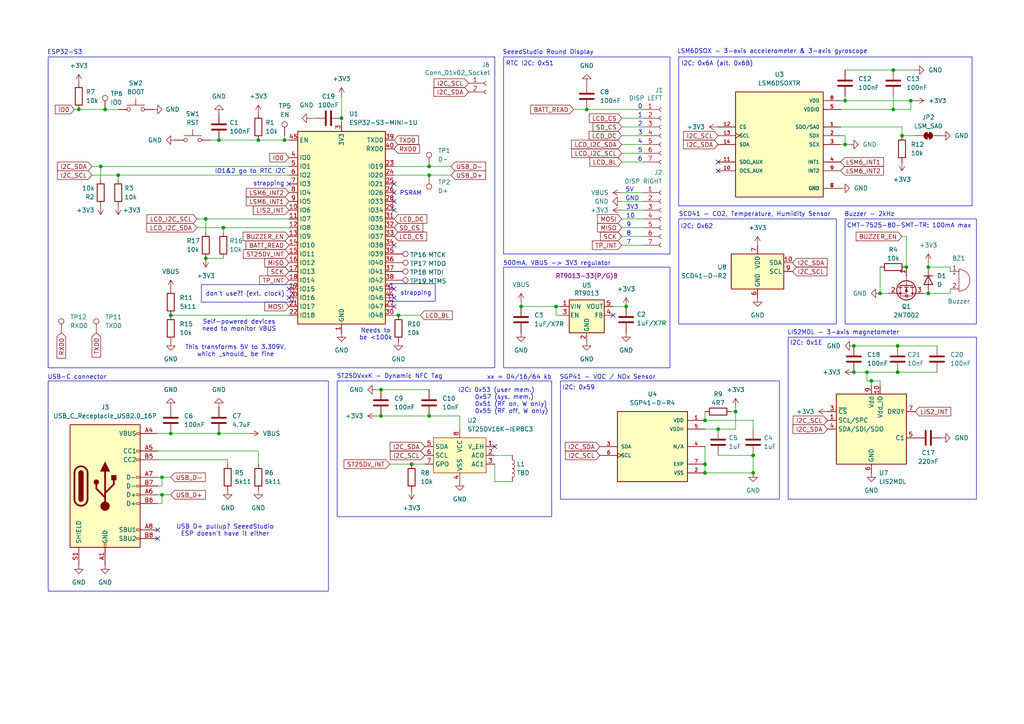
<source format=kicad_sch>
(kicad_sch (version 20231120) (generator "eeschema") (generator_version "8.0")
  (paper "A4")
  (title_block (title "Sensor Puck") (date "2024-10-05") (rev "1") (company "david072"))
  (junction (at 34.29 50.8))
  (junction (at 124.46 50.8))
  (junction (at 247.65 107.95))
  (junction (at 264.16 29.21))
  (junction (at 269.24 85.09))
  (junction (at 218.44 132.08))
  (junction (at 29.21 48.26))
  (junction (at 213.36 119.38))
  (junction (at 259.08 31.75))
  (junction (at 245.11 41.91))
  (junction (at 49.53 91.44))
  (junction (at 64.77 66.04))
  (junction (at 115.57 91.44))
  (junction (at 124.46 120.65))
  (junction (at 161.29 88.9))
  (junction (at 110.49 120.65))
  (junction (at 218.44 137.16))
  (junction (at 46.99 138.43))
  (junction (at 208.28 124.46))
  (junction (at 259.08 20.32))
  (junction (at 247.65 100.33))
  (junction (at 59.69 74.93))
  (junction (at 255.27 85.09))
  (junction (at 22.86 31.75))
  (junction (at 170.18 31.75))
  (junction (at 262.89 77.47))
  (junction (at 181.61 88.9))
  (junction (at 204.47 121.92))
  (junction (at 269.24 77.47))
  (junction (at 49.53 125.73))
  (junction (at 99.06 34.29))
  (junction (at 252.73 110.49))
  (junction (at 260.35 100.33))
  (junction (at 46.99 143.51))
  (junction (at 204.47 134.62))
  (junction (at 63.5 125.73))
  (junction (at 119.38 134.62))
  (junction (at 30.48 31.75))
  (junction (at 110.49 113.03))
  (junction (at 204.47 137.16))
  (junction (at 59.69 63.5))
  (junction (at 260.35 107.95))
  (junction (at 261.62 39.37))
  (junction (at 63.5 40.64))
  (junction (at 82.55 40.64))
  (junction (at 245.11 29.21))
  (junction (at 151.13 88.9))
  (junction (at 251.46 107.95))
  (junction (at 124.46 48.26))
  (junction (at 74.93 40.64))
  (no_connect (at 83.82 86.36))
  (no_connect (at 45.72 153.67))
  (no_connect (at 45.72 156.21))
  (no_connect (at 114.3 88.9))
  (no_connect (at 114.3 86.36))
  (no_connect (at 177.8 91.44))
  (no_connect (at 143.51 129.54))
  (no_connect (at 208.28 49.53))
  (no_connect (at 114.3 60.96))
  (no_connect (at 114.3 58.42))
  (no_connect (at 83.82 53.34))
  (no_connect (at 114.3 83.82))
  (no_connect (at 83.82 83.82))
  (no_connect (at 114.3 53.34))
  (no_connect (at 208.28 46.99))
  (no_connect (at 114.3 55.88))
  (no_connect (at 114.3 71.12))
  (wire (pts (xy 275.59 83.82) (xy 275.59 85.09)))
  (wire (pts (xy 49.53 91.44) (xy 83.82 91.44)))
  (wire (pts (xy 82.55 40.64) (xy 83.82 40.64)))
  (wire (pts (xy 162.56 91.44) (xy 161.29 91.44)))
  (wire (pts (xy 46.99 138.43) (xy 45.72 138.43)))
  (wire (pts (xy 245.11 41.91) (xy 246.38 41.91)))
  (wire (pts (xy 114.3 91.44) (xy 115.57 91.44)))
  (wire (pts (xy 260.35 100.33) (xy 271.78 100.33)))
  (wire (pts (xy 180.34 39.37) (xy 186.69 39.37)))
  (wire (pts (xy 170.18 31.75) (xy 186.69 31.75)))
  (wire (pts (xy 45.72 140.97) (xy 46.99 140.97)))
  (wire (pts (xy 180.34 66.04) (xy 186.69 66.04)))
  (wire (pts (xy 63.5 125.73) (xy 72.39 125.73)))
  (wire (pts (xy 113.03 134.62) (xy 119.38 134.62)))
  (wire (pts (xy 269.24 76.2) (xy 269.24 77.47)))
  (wire (pts (xy 245.11 29.21) (xy 245.11 27.94)))
  (wire (pts (xy 180.34 55.88) (xy 186.69 55.88)))
  (wire (pts (xy 204.47 137.16) (xy 218.44 137.16)))
  (wire (pts (xy 46.99 146.05) (xy 46.99 143.51)))
  (wire (pts (xy 119.38 134.62) (xy 123.19 134.62)))
  (wire (pts (xy 180.34 58.42) (xy 186.69 58.42)))
  (wire (pts (xy 161.29 91.44) (xy 161.29 88.9)))
  (wire (pts (xy 45.72 133.35) (xy 66.04 133.35)))
  (wire (pts (xy 245.11 29.21) (xy 264.16 29.21)))
  (wire (pts (xy 251.46 110.49) (xy 252.73 110.49)))
  (wire (pts (xy 204.47 121.92) (xy 218.44 121.92)))
  (wire (pts (xy 21.59 31.75) (xy 22.86 31.75)))
  (wire (pts (xy 115.57 91.44) (xy 121.92 91.44)))
  (wire (pts (xy 110.49 113.03) (xy 124.46 113.03)))
  (wire (pts (xy 213.36 124.46) (xy 213.36 119.38)))
  (wire (pts (xy 252.73 110.49) (xy 255.27 110.49)))
  (wire (pts (xy 57.15 63.5) (xy 59.69 63.5)))
  (wire (pts (xy 110.49 120.65) (xy 124.46 120.65)))
  (wire (pts (xy 243.84 31.75) (xy 259.08 31.75)))
  (wire (pts (xy 213.36 118.11) (xy 213.36 119.38)))
  (wire (pts (xy 180.34 46.99) (xy 186.69 46.99)))
  (wire (pts (xy 46.99 143.51) (xy 49.53 143.51)))
  (wire (pts (xy 74.93 40.64) (xy 82.55 40.64)))
  (wire (pts (xy 180.34 60.96) (xy 186.69 60.96)))
  (wire (pts (xy 204.47 124.46) (xy 208.28 124.46)))
  (wire (pts (xy 208.28 132.08) (xy 218.44 132.08)))
  (wire (pts (xy 59.69 74.93) (xy 64.77 74.93)))
  (wire (pts (xy 148.59 139.7) (xy 143.51 139.7)))
  (wire (pts (xy 109.22 120.65) (xy 110.49 120.65)))
  (wire (pts (xy 243.84 41.91) (xy 245.11 41.91)))
  (wire (pts (xy 124.46 120.65) (xy 133.35 120.65)))
  (wire (pts (xy 262.89 68.58) (xy 262.89 77.47)))
  (wire (pts (xy 247.65 100.33) (xy 260.35 100.33)))
  (wire (pts (xy 46.99 138.43) (xy 49.53 138.43)))
  (wire (pts (xy 251.46 107.95) (xy 260.35 107.95)))
  (wire (pts (xy 66.04 133.35) (xy 66.04 134.62)))
  (wire (pts (xy 267.97 85.09) (xy 269.24 85.09)))
  (wire (pts (xy 59.69 63.5) (xy 83.82 63.5)))
  (wire (pts (xy 180.34 68.58) (xy 186.69 68.58)))
  (wire (pts (xy 133.35 120.65) (xy 133.35 124.46)))
  (wire (pts (xy 261.62 39.37) (xy 265.43 39.37)))
  (wire (pts (xy 124.46 50.8) (xy 130.81 50.8)))
  (wire (pts (xy 180.34 36.83) (xy 186.69 36.83)))
  (wire (pts (xy 180.34 41.91) (xy 186.69 41.91)))
  (wire (pts (xy 45.72 146.05) (xy 46.99 146.05)))
  (wire (pts (xy 261.62 68.58) (xy 262.89 68.58)))
  (wire (pts (xy 151.13 88.9) (xy 161.29 88.9)))
  (wire (pts (xy 99.06 34.29) (xy 99.06 35.56)))
  (wire (pts (xy 204.47 129.54) (xy 204.47 134.62)))
  (wire (pts (xy 255.27 77.47) (xy 255.27 85.09)))
  (wire (pts (xy 82.55 39.37) (xy 82.55 40.64)))
  (wire (pts (xy 29.21 48.26) (xy 83.82 48.26)))
  (wire (pts (xy 114.3 50.8) (xy 124.46 50.8)))
  (wire (pts (xy 34.29 50.8) (xy 34.29 52.07)))
  (wire (pts (xy 269.24 85.09) (xy 275.59 85.09)))
  (wire (pts (xy 180.34 63.5) (xy 186.69 63.5)))
  (wire (pts (xy 260.35 107.95) (xy 271.78 107.95)))
  (wire (pts (xy 109.22 113.03) (xy 110.49 113.03)))
  (wire (pts (xy 151.13 87.63) (xy 151.13 88.9)))
  (wire (pts (xy 255.27 85.09) (xy 257.81 85.09)))
  (wire (pts (xy 243.84 29.21) (xy 245.11 29.21)))
  (wire (pts (xy 57.15 66.04) (xy 64.77 66.04)))
  (wire (pts (xy 259.08 31.75) (xy 259.08 27.94)))
  (wire (pts (xy 64.77 66.04) (xy 83.82 66.04)))
  (wire (pts (xy 265.43 29.21) (xy 264.16 29.21)))
  (wire (pts (xy 259.08 20.32) (xy 265.43 20.32)))
  (wire (pts (xy 99.06 27.94) (xy 99.06 34.29)))
  (wire (pts (xy 245.11 20.32) (xy 259.08 20.32)))
  (wire (pts (xy 243.84 39.37) (xy 245.11 39.37)))
  (wire (pts (xy 26.67 48.26) (xy 29.21 48.26)))
  (wire (pts (xy 26.67 50.8) (xy 34.29 50.8)))
  (wire (pts (xy 59.69 63.5) (xy 59.69 67.31)))
  (wire (pts (xy 22.86 31.75) (xy 30.48 31.75)))
  (wire (pts (xy 251.46 107.95) (xy 247.65 107.95)))
  (wire (pts (xy 64.77 67.31) (xy 64.77 66.04)))
  (wire (pts (xy 63.5 40.64) (xy 74.93 40.64)))
  (wire (pts (xy 204.47 119.38) (xy 204.47 121.92)))
  (wire (pts (xy 275.59 77.47) (xy 269.24 77.47)))
  (wire (pts (xy 30.48 31.75) (xy 34.29 31.75)))
  (wire (pts (xy 208.28 124.46) (xy 213.36 124.46)))
  (wire (pts (xy 114.3 48.26) (xy 124.46 48.26)))
  (wire (pts (xy 180.34 44.45) (xy 186.69 44.45)))
  (wire (pts (xy 261.62 36.83) (xy 261.62 39.37)))
  (wire (pts (xy 180.34 71.12) (xy 186.69 71.12)))
  (wire (pts (xy 275.59 78.74) (xy 275.59 77.47)))
  (wire (pts (xy 259.08 31.75) (xy 264.16 31.75)))
  (wire (pts (xy 204.47 134.62) (xy 204.47 137.16)))
  (wire (pts (xy 49.53 125.73) (xy 63.5 125.73)))
  (wire (pts (xy 46.99 140.97) (xy 46.99 138.43)))
  (wire (pts (xy 218.44 124.46) (xy 218.44 121.92)))
  (wire (pts (xy 245.11 39.37) (xy 245.11 41.91)))
  (wire (pts (xy 34.29 50.8) (xy 83.82 50.8)))
  (wire (pts (xy 177.8 88.9) (xy 181.61 88.9)))
  (wire (pts (xy 180.34 34.29) (xy 186.69 34.29)))
  (wire (pts (xy 143.51 139.7) (xy 143.51 134.62)))
  (wire (pts (xy 161.29 88.9) (xy 162.56 88.9)))
  (wire (pts (xy 45.72 130.81) (xy 74.93 130.81)))
  (wire (pts (xy 218.44 132.08) (xy 218.44 137.16)))
  (wire (pts (xy 251.46 107.95) (xy 251.46 110.49)))
  (wire (pts (xy 49.53 125.73) (xy 45.72 125.73)))
  (wire (pts (xy 90.17 34.29) (xy 91.44 34.29)))
  (wire (pts (xy 213.36 119.38) (xy 212.09 119.38)))
  (wire (pts (xy 74.93 130.81) (xy 74.93 134.62)))
  (wire (pts (xy 243.84 36.83) (xy 261.62 36.83)))
  (wire (pts (xy 143.51 132.08) (xy 148.59 132.08)))
  (wire (pts (xy 60.96 40.64) (xy 63.5 40.64)))
  (wire (pts (xy 264.16 29.21) (xy 264.16 31.75)))
  (wire (pts (xy 45.72 143.51) (xy 46.99 143.51)))
  (wire (pts (xy 124.46 48.26) (xy 130.81 48.26)))
  (wire (pts (xy 255.27 111.76) (xy 255.27 110.49)))
  (wire (pts (xy 252.73 111.76) (xy 252.73 110.49)))
  (wire (pts (xy 29.21 48.26) (xy 29.21 52.07)))
  (wire (pts (xy 166.37 31.75) (xy 170.18 31.75)))
  (rectangle (start 245.11 63.5) (end 283.21 93.98))
  (rectangle (start 196.85 16.51) (end 281.94 59.69))
  (rectangle (start 146.05 16.51) (end 194.31 73.66))
  (rectangle (start 13.97 110.49) (end 95.25 171.45))
  (rectangle (start 13.97 16.51) (end 143.51 106.68))
  (rectangle (start 146.05 77.47) (end 194.31 106.68))
  (rectangle (start 162.56 110.49) (end 226.06 144.78))
  (rectangle (start 58.42 82.55) (end 85.09 87.63))
  (rectangle (start 97.79 110.49) (end 160.02 149.86))
  (rectangle (start 228.6 97.79) (end 283.21 144.78))
  (rectangle (start 113.03 82.296) (end 126.238 87.376))
  (rectangle (start 196.85 63.5) (end 242.57 93.98))
  (text "LIS2MDL - 3-axis magnetometer" (at 228.346 96.52 0) (effects (font (size 1.27 1.27)) (justify left)))
  (text "USB-C connector" (at 22.352 109.474 0) (effects (font (size 1.27 1.27))))
  (text "strapping" (at 120.65 85.09 0) (effects (font (size 1.27 1.27))))
  (text "I2C: 0x59" (at 163.068 112.522 0) (effects (font (size 1.27 1.27)) (justify left)))
  (text "5" (at 185.674 43.688 0) (effects (font (size 1.27 1.27))))
  (text "I2C: 0x53 (user mem.)\n     0x57 (sys. mem.)\n     0x51 (RF on, W only)\n     0x55 (RF off, W only)" (at 132.842 116.332 0) (effects (font (size 1.27 1.27)) (justify left)))
  (text "10" (at 182.88 62.738 0) (effects (font (size 1.27 1.27))))
  (text "ESP32-S3" (at 18.796 15.24 0) (effects (font (size 1.27 1.27))))
  (text "7" (at 182.372 70.358 0) (effects (font (size 1.27 1.27))))
  (text "Buzzer - 2kHz" (at 244.856 62.23 0) (effects (font (size 1.27 1.27)) (justify left)))
  (text "3" (at 185.674 38.608 0) (effects (font (size 1.27 1.27))))
  (text "This transforms 5V to 3.309V,\nwhich _should_ be fine" (at 68.326 101.854 0) (effects (font (size 1.27 1.27))))
  (text "SeeedStudio Round Display" (at 159.004 15.24 0) (effects (font (size 1.27 1.27))))
  (text "xx = 04/16/64 kb" (at 160.02 109.474 0) (effects (font (size 1.27 1.27)) (justify right)))
  (text "Needs to\nbe <100k" (at 108.966 97.028 0) (effects (font (size 1.27 1.27))))
  (text "I2C: 0x1E" (at 229.108 99.568 0) (effects (font (size 1.27 1.27)) (justify left)))
  (text "4" (at 185.674 41.148 0) (effects (font (size 1.27 1.27))))
  (text "RTC I2C: 0x51" (at 153.67 18.542 0) (effects (font (size 1.27 1.27))))
  (text "PSRAM" (at 119.126 56.134 0) (effects (font (size 1.27 1.27))))
  (text "USB D+ pullup? SeeedStudio\nESP doesn't have it either" (at 65.278 153.924 0) (effects (font (size 1.27 1.27))))
  (text "I2C: 0x6A (alt. 0x6B)" (at 208.026 18.542 0) (effects (font (size 1.27 1.27))))
  (text "don't use?! (ext. clock)" (at 71.12 85.344 0) (effects (font (size 1.27 1.27))))
  (text "CMT-7525-80-SMT-TR: 100mA max" (at 245.618 65.532 0) (effects (font (size 1.27 1.27)) (justify left)))
  (text "5V" (at 182.626 55.118 0) (effects (font (size 1.27 1.27))))
  (text "8" (at 182.372 67.818 0) (effects (font (size 1.27 1.27))))
  (text "SCD41 - CO2, Temperature, Humidity Sensor" (at 196.85 62.23 0) (effects (font (size 1.27 1.27)) (justify left)))
  (text "1" (at 185.674 33.528 0) (effects (font (size 1.27 1.27))))
  (text "GND" (at 183.388 57.658 0) (effects (font (size 1.27 1.27))))
  (text "strapping" (at 77.978 53.34 0) (effects (font (size 1.27 1.27))))
  (text "Self-powered devices\nneed to monitor VBUS" (at 69.342 94.488 0) (effects (font (size 1.27 1.27))))
  (text "9" (at 182.372 65.278 0) (effects (font (size 1.27 1.27))))
  (text "LSM6DSOX - 3-axis accelerometer & 3-axis gyroscope" (at 224.028 14.986 0) (effects (font (size 1.27 1.27))))
  (text "2" (at 185.674 36.068 0) (effects (font (size 1.27 1.27))))
  (text "IO1&2 go to RTC I2C" (at 72.644 49.784 0) (effects (font (size 1.27 1.27))))
  (text "ST25DVxxK - Dynamic NFC Tag" (at 113.03 109.22 0) (effects (font (size 1.27 1.27))))
  (text "0" (at 185.674 30.988 0) (effects (font (size 1.27 1.27))))
  (text "3V3" (at 183.388 60.198 0) (effects (font (size 1.27 1.27))))
  (text "6" (at 185.674 46.228 0) (effects (font (size 1.27 1.27))))
  (text "I2C: 0x62" (at 197.358 65.786 0) (effects (font (size 1.27 1.27)) (justify left)))
  (text "SGP41 - VOC / NOx Sensor" (at 162.306 109.474 0) (effects (font (size 1.27 1.27)) (justify left)))
  (text "500mA, VBUS -> 3V3 regulator" (at 161.544 76.454 0) (effects (font (size 1.27 1.27))))
  (global_label "IO0" (shape input) (at 21.59 31.75 180) (property "Intersheetrefs" "${INTERSHEET_REFS}" (effects (hide yes))))
  (global_label "BUZZER_EN" (shape input) (at 261.62 68.58 180) (property "Intersheetrefs" "${INTERSHEET_REFS}" (effects (hide yes))))
  (global_label "RXD0" (shape input) (at 17.78 96.52 270) (property "Intersheetrefs" "${INTERSHEET_REFS}" (effects (hide yes))))
  (global_label "LCD_I2C_SDA" (shape input) (at 57.15 66.04 180) (property "Intersheetrefs" "${INTERSHEET_REFS}" (effects (hide yes))))
  (global_label "I2C_SCL" (shape input) (at 26.67 50.8 180) (property "Intersheetrefs" "${INTERSHEET_REFS}" (effects (hide yes))))
  (global_label "USB_D-" (shape input) (at 130.81 48.26 0) (property "Intersheetrefs" "${INTERSHEET_REFS}" (effects (hide yes))))
  (global_label "SD_CS" (shape input) (at 114.3 66.04 0) (property "Intersheetrefs" "${INTERSHEET_REFS}" (effects (hide yes))))
  (global_label "I2C_SDA" (shape input) (at 173.99 129.54 180) (property "Intersheetrefs" "${INTERSHEET_REFS}" (effects (hide yes))))
  (global_label "USB_D-" (shape input) (at 49.53 138.43 0) (property "Intersheetrefs" "${INTERSHEET_REFS}" (effects (hide yes))))
  (global_label "MOSI" (shape input) (at 180.34 63.5 180) (property "Intersheetrefs" "${INTERSHEET_REFS}" (effects (hide yes))))
  (global_label "TXD0" (shape input) (at 114.3 40.64 0) (property "Intersheetrefs" "${INTERSHEET_REFS}" (effects (hide yes))))
  (global_label "I2C_SDA" (shape input) (at 229.87 76.2 0) (property "Intersheetrefs" "${INTERSHEET_REFS}" (effects (hide yes))))
  (global_label "I2C_SCL" (shape input) (at 229.87 78.74 0) (property "Intersheetrefs" "${INTERSHEET_REFS}" (effects (hide yes))))
  (global_label "MISO" (shape input) (at 180.34 66.04 180) (property "Intersheetrefs" "${INTERSHEET_REFS}" (effects (hide yes))))
  (global_label "LIS2_INT" (shape input) (at 83.82 60.96 180) (property "Intersheetrefs" "${INTERSHEET_REFS}" (effects (hide yes))))
  (global_label "LCD_DC" (shape input) (at 180.34 39.37 180) (property "Intersheetrefs" "${INTERSHEET_REFS}" (effects (hide yes))))
  (global_label "LSM6_INT1" (shape input) (at 243.84 46.99 0) (property "Intersheetrefs" "${INTERSHEET_REFS}" (effects (hide yes))))
  (global_label "LSM6_INT1" (shape input) (at 83.82 58.42 180) (property "Intersheetrefs" "${INTERSHEET_REFS}" (effects (hide yes))))
  (global_label "LCD_I2C_SCL" (shape input) (at 57.15 63.5 180) (property "Intersheetrefs" "${INTERSHEET_REFS}" (effects (hide yes))))
  (global_label "LCD_I2C_SDA" (shape input) (at 180.34 41.91 180) (property "Intersheetrefs" "${INTERSHEET_REFS}" (effects (hide yes))))
  (global_label "LIS2_INT" (shape input) (at 265.43 119.38 0) (property "Intersheetrefs" "${INTERSHEET_REFS}" (effects (hide yes))))
  (global_label "BATT_READ" (shape input) (at 83.82 71.12 180) (property "Intersheetrefs" "${INTERSHEET_REFS}" (effects (hide yes))))
  (global_label "I2C_SCL" (shape input) (at 123.19 132.08 180) (property "Intersheetrefs" "${INTERSHEET_REFS}" (effects (hide yes))))
  (global_label "MOSI" (shape input) (at 83.82 88.9 180) (property "Intersheetrefs" "${INTERSHEET_REFS}" (effects (hide yes))))
  (global_label "I2C_SDA" (shape input) (at 208.28 41.91 180) (property "Intersheetrefs" "${INTERSHEET_REFS}" (effects (hide yes))))
  (global_label "LSM6_INT2" (shape input) (at 243.84 49.53 0) (property "Intersheetrefs" "${INTERSHEET_REFS}" (effects (hide yes))))
  (global_label "USB_D+" (shape input) (at 130.81 50.8 0) (property "Intersheetrefs" "${INTERSHEET_REFS}" (effects (hide yes))))
  (global_label "IO0" (shape input) (at 83.82 45.72 180) (property "Intersheetrefs" "${INTERSHEET_REFS}" (effects (hide yes))))
  (global_label "LCD_BL" (shape input) (at 180.34 46.99 180) (property "Intersheetrefs" "${INTERSHEET_REFS}" (effects (hide yes))))
  (global_label "I2C_SDA" (shape input) (at 135.89 26.67 180) (property "Intersheetrefs" "${INTERSHEET_REFS}" (effects (hide yes))))
  (global_label "I2C_SDA" (shape input) (at 123.19 129.54 180) (property "Intersheetrefs" "${INTERSHEET_REFS}" (effects (hide yes))))
  (global_label "ST25DV_INT" (shape input) (at 113.03 134.62 180) (property "Intersheetrefs" "${INTERSHEET_REFS}" (effects (hide yes))))
  (global_label "LSM6_INT2" (shape input) (at 83.82 55.88 180) (property "Intersheetrefs" "${INTERSHEET_REFS}" (effects (hide yes))))
  (global_label "LCD_I2C_SCL" (shape input) (at 180.34 44.45 180) (property "Intersheetrefs" "${INTERSHEET_REFS}" (effects (hide yes))))
  (global_label "BATT_READ" (shape input) (at 166.37 31.75 180) (property "Intersheetrefs" "${INTERSHEET_REFS}" (effects (hide yes))))
  (global_label "LCD_CS" (shape input) (at 114.3 68.58 0) (property "Intersheetrefs" "${INTERSHEET_REFS}" (effects (hide yes))))
  (global_label "TP_INT" (shape input) (at 83.82 81.28 180) (property "Intersheetrefs" "${INTERSHEET_REFS}" (effects (hide yes))))
  (global_label "I2C_SCL" (shape input) (at 240.03 121.92 180) (property "Intersheetrefs" "${INTERSHEET_REFS}" (effects (hide yes))))
  (global_label "I2C_SDA" (shape input) (at 26.67 48.26 180) (property "Intersheetrefs" "${INTERSHEET_REFS}" (effects (hide yes))))
  (global_label "USB_D+" (shape input) (at 49.53 143.51 0) (property "Intersheetrefs" "${INTERSHEET_REFS}" (effects (hide yes))))
  (global_label "I2C_SCL" (shape input) (at 135.89 24.13 180) (property "Intersheetrefs" "${INTERSHEET_REFS}" (effects (hide yes))))
  (global_label "I2C_SCL" (shape input) (at 173.99 132.08 180) (property "Intersheetrefs" "${INTERSHEET_REFS}" (effects (hide yes))))
  (global_label "LCD_BL" (shape input) (at 121.92 91.44 0) (property "Intersheetrefs" "${INTERSHEET_REFS}" (effects (hide yes))))
  (global_label "I2C_SDA" (shape input) (at 240.03 124.46 180) (property "Intersheetrefs" "${INTERSHEET_REFS}" (effects (hide yes))))
  (global_label "I2C_SCL" (shape input) (at 208.28 39.37 180) (property "Intersheetrefs" "${INTERSHEET_REFS}" (effects (hide yes))))
  (global_label "ST25DV_INT" (shape input) (at 83.82 73.66 180) (property "Intersheetrefs" "${INTERSHEET_REFS}" (effects (hide yes))))
  (global_label "SCK" (shape input) (at 83.82 78.74 180) (property "Intersheetrefs" "${INTERSHEET_REFS}" (effects (hide yes))))
  (global_label "TXD0" (shape input) (at 27.94 96.52 270) (property "Intersheetrefs" "${INTERSHEET_REFS}" (effects (hide yes))))
  (global_label "BUZZER_EN" (shape input) (at 83.82 68.58 180) (property "Intersheetrefs" "${INTERSHEET_REFS}" (effects (hide yes))))
  (global_label "SCK" (shape input) (at 180.34 68.58 180) (property "Intersheetrefs" "${INTERSHEET_REFS}" (effects (hide yes))))
  (global_label "SD_CS" (shape input) (at 180.34 36.83 180) (property "Intersheetrefs" "${INTERSHEET_REFS}" (effects (hide yes))))
  (global_label "LCD_CS" (shape input) (at 180.34 34.29 180) (property "Intersheetrefs" "${INTERSHEET_REFS}" (effects (hide yes))))
  (global_label "LCD_DC" (shape input) (at 114.3 63.5 0) (property "Intersheetrefs" "${INTERSHEET_REFS}" (effects (hide yes))))
  (global_label "TP_INT" (shape input) (at 180.34 71.12 180) (property "Intersheetrefs" "${INTERSHEET_REFS}" (effects (hide yes))))
  (global_label "RXD0" (shape input) (at 114.3 43.18 0) (property "Intersheetrefs" "${INTERSHEET_REFS}" (effects (hide yes))))
  (global_label "MISO" (shape input) (at 83.82 76.2 180) (property "Intersheetrefs" "${INTERSHEET_REFS}" (effects (hide yes))))
  (symbol (lib_id "Connector:Conn_01x07_Socket") (at 191.77 63.5 0) (unit 1)
    (property "Reference" "J2" (at 189.738 50.038 0) (effects (justify left)))
    (property "Value" "DISP RIGHT" (at 181.102 52.578 0) (effects (justify left)))
    (property "Footprint" "Connector_PinHeader_2.54mm:PinHeader_1x07_P2.54mm_Vertical" (effects (hide yes)))
    (property "Description" "Generic connector, single row, 01x07, script generated" (effects (hide yes)))
  )
  (symbol (lib_id "Device:L") (at 148.59 135.89 0) (unit 1)
    (property "Reference" "L1" (at 149.86 134.6199 0) (effects (justify left)))
    (property "Value" "TBD" (at 149.86 137.1599 0) (effects (justify left)))
    (property "Footprint" "Connector_PinHeader_2.54mm:PinHeader_1x02_P2.54mm_Vertical" (effects (hide yes)))
    (property "Description" "Inductor" (effects (hide yes)))
  )
  (symbol (lib_id "Regulator_Linear:TPS72201") (at 170.18 91.44 0) (unit 1)
    (property "Reference" "U5" (at 170.18 82.7532 0))
    (property "Value" "RT9013" (at 170.18 85.0646 0))
    (property "Footprint" "Package_TO_SOT_SMD:SOT-23-5" (effects (hide yes)))
    (property "Datasheet" "C19268157" (effects (hide yes)))
    (property "Description" "RT9013-33(P/G)B" (at 170.18 80.01 0))
    (property "JLCPCB Part #" "C47773" (effects (hide yes)))
  )
  (symbol (lib_id "Device:R") (at 259.08 77.47 270) (unit 1)
    (property "Reference" "R4" (at 259.08 72.39 90))
    (property "Value" "10k" (at 259.08 74.93 90))
    (property "Footprint" "Resistor_SMD:R_0805_2012Metric" (effects (hide yes)))
    (property "Description" "Resistor" (effects (hide yes)))
    (property "JLCPCB Part #" "C25612" (effects (hide yes)))
  )
  (symbol (lib_id "Device:C") (at 247.65 104.14 180) (unit 1)
    (property "Reference" "C18" (at 251.46 102.8699 0) (effects (justify right)))
    (property "Value" "100nF" (at 251.46 105.4099 0) (effects (justify right)))
    (property "Footprint" "Capacitor_SMD:C_0805_2012Metric" (effects (hide yes)))
    (property "Description" "Unpolarized capacitor" (effects (hide yes)))
    (property "JLCPCB Part #" "C1711" (effects (hide yes)))
  )
  (symbol (lib_id "power:+3V3") (at 119.38 142.24 180) (unit 1)
    (property "Reference" "#PWR021" (effects (hide yes)))
    (property "Value" "+3V3" (at 119.38 147.32 0))
    (property "Description" "Power symbol creates a global label with name \"+3V3\"" (effects (hide yes)))
  )
  (symbol (lib_id "Connector:TestPoint") (at 114.3 78.74 270) (unit 1)
    (property "Reference" "TP18" (at 118.872 78.994 90) (effects (justify left)))
    (property "Value" "MTDI" (at 124.206 78.994 90) (effects (justify left)))
    (property "Footprint" "TestPoint:TestPoint_Pad_D1.0mm" (effects (hide yes)))
    (property "Description" "test point" (effects (hide yes)))
  )
  (symbol (lib_id "Connector:TestPoint") (at 30.48 31.75 0) (unit 1)
    (property "Reference" "TP6" (at 32.004 27.178 0) (effects (justify left)))
    (property "Value" "IO0" (at 32.004 29.718 0) (effects (justify left)))
    (property "Footprint" "TestPoint:TestPoint_Pad_D1.0mm" (effects (hide yes)))
    (property "Description" "test point" (effects (hide yes)))
  )
  (symbol (lib_id "power:+3V3") (at 59.69 74.93 180) (unit 1)
    (property "Reference" "#PWR034" (effects (hide yes)))
    (property "Value" "+3V3" (at 59.69 80.01 0))
    (property "Description" "Power symbol creates a global label with name \"+3V3\"" (effects (hide yes)))
  )
  (symbol (lib_id "Connector:TestPoint") (at 124.46 48.26 0) (unit 1)
    (property "Reference" "TP1" (at 127 43.6879 0) (effects (justify left)))
    (property "Value" "D-" (at 127 46.2279 0) (effects (justify left)))
    (property "Footprint" "TestPoint:TestPoint_Pad_D1.0mm" (effects (hide yes)))
    (property "Description" "test point" (effects (hide yes)))
  )
  (symbol (lib_id "power:GND") (at 49.53 99.06 0) (unit 1)
    (property "Reference" "#PWR060" (effects (hide yes)))
    (property "Value" "GND" (at 49.53 104.14 0))
    (property "Description" "Power symbol creates a global label with name \"GND\" , ground" (effects (hide yes)))
  )
  (symbol (lib_id "power:VBUS") (at 49.53 83.82 0) (unit 1)
    (property "Reference" "#PWR059" (effects (hide yes)))
    (property "Value" "VBUS" (at 49.53 78.74 0))
    (property "Description" "Power symbol creates a global label with name \"VBUS\"" (effects (hide yes)))
  )
  (symbol (lib_id "Device:C") (at 208.28 128.27 0) (unit 1)
    (property "Reference" "C5" (at 211.328 127 0) (effects (justify left)))
    (property "Value" "1uF" (at 211.328 129.54 0) (effects (justify left)))
    (property "Footprint" "Capacitor_SMD:C_0805_2012Metric" (effects (hide yes)))
    (property "Description" "Unpolarized capacitor" (effects (hide yes)))
    (property "JLCPCB Part #" "C28323" (effects (hide yes)))
  )
  (symbol (lib_id "power:GND") (at 99.06 96.52 0) (unit 1)
    (property "Reference" "#PWR01" (effects (hide yes)))
    (property "Value" "GND" (at 99.06 101.6 0))
    (property "Description" "Power symbol creates a global label with name \"GND\" , ground" (effects (hide yes)))
  )
  (symbol (lib_id "power:+3V3") (at 22.86 24.13 0) (unit 1)
    (property "Reference" "#PWR043" (effects (hide yes)))
    (property "Value" "+3V3" (at 22.86 19.05 0))
    (property "Description" "Power symbol creates a global label with name \"+3V3\"" (effects (hide yes)))
  )
  (symbol (lib_id "power:GND") (at 151.13 96.52 0) (unit 1)
    (property "Reference" "#PWR046" (effects (hide yes)))
    (property "Value" "GND" (at 151.13 101.6 0))
    (property "Description" "Power symbol creates a global label with name \"GND\" , ground" (effects (hide yes)))
  )
  (symbol (lib_id "Device:C") (at 170.18 27.94 180) (unit 1)
    (property "Reference" "C8" (at 173.99 26.6699 0) (effects (justify right)))
    (property "Value" "100nF" (at 173.99 29.2099 0) (effects (justify right)))
    (property "Footprint" "Capacitor_SMD:C_0805_2012Metric" (effects (hide yes)))
    (property "Description" "Unpolarized capacitor" (effects (hide yes)))
    (property "JLCPCB Part #" "C1711" (effects (hide yes)))
  )
  (symbol (lib_id "power:+3V3") (at 213.36 118.11 0) (unit 1)
    (property "Reference" "#PWR022" (effects (hide yes)))
    (property "Value" "+3V3" (at 213.36 113.03 0))
    (property "Description" "Power symbol creates a global label with name \"+3V3\"" (effects (hide yes)))
  )
  (symbol (lib_id "Connector:TestPoint") (at 114.3 81.28 270) (unit 1)
    (property "Reference" "TP19" (at 118.872 81.534 90) (effects (justify left)))
    (property "Value" "MTMS" (at 124.206 81.534 90) (effects (justify left)))
    (property "Footprint" "TestPoint:TestPoint_Pad_D1.0mm" (effects (hide yes)))
    (property "Description" "test point" (effects (hide yes)))
  )
  (symbol (lib_id "Switch:SW_Push") (at 55.88 40.64 0) (unit 1)
    (property "Reference" "SW1" (at 55.88 33.02 0))
    (property "Value" "RST" (at 55.88 35.56 0))
    (property "Footprint" "Button_Switch_SMD:SW_Push_1P1T_NO_CK_KMR2" (effects (hide yes)))
    (property "Description" "Push button switch, generic, two pins" (effects (hide yes)))
    (property "JLCPCB Part #" "C221676" (effects (hide yes)))
  )
  (symbol (lib_id "power:GND") (at 44.45 31.75 90) (unit 1)
    (property "Reference" "#PWR041" (effects (hide yes)))
    (property "Value" "GND" (at 48.006 31.75 90) (effects (justify right)))
    (property "Description" "Power symbol creates a global label with name \"GND\" , ground" (effects (hide yes)))
  )
  (symbol (lib_id "SGP41-D-R4:SGP41-D-R4") (at 189.23 129.54 0) (unit 1)
    (property "Reference" "U4" (at 189.23 114.3 0))
    (property "Value" "SGP41-D-R4" (at 189.23 116.84 0))
    (property "Footprint" "SGP41-D-R4:XDCR_SGP41-D-R4" (effects (hide yes)))
    (property "MF" "Sensirion" (effects (hide yes)))
    (property "MAXIMUM_PACKAGE_HEIGHT" "0.95 mm" (effects (hide yes)))
    (property "Package" "None" (effects (hide yes)))
    (property "Price" "None" (effects (hide yes)))
    (property "Check_prices" "https://www.snapeda.com/parts/SGP41-D-R4/Sensirion/view-part/?ref=eda" (effects (hide yes)))
    (property "STANDARD" "Manufacturer Recommendations" (effects (hide yes)))
    (property "PARTREV" "1.0" (effects (hide yes)))
    (property "SnapEDA_Link" "https://www.snapeda.com/parts/SGP41-D-R4/Sensirion/view-part/?ref=snap" (effects (hide yes)))
    (property "MP" "SGP41-D-R4" (effects (hide yes)))
    (property "Description_1" "\n                        \n                            Air Quality Sensor VOC and NOx Gas Sensor 3.3V 6-Pin DFN EP\n                        \n" (effects (hide yes)))
    (property "Availability" "In Stock" (effects (hide yes)))
    (property "MANUFACTURER" "Sensirion" (effects (hide yes)))
  )
  (symbol (lib_id "Sensor_Magnetic:LIS2MDL") (at 252.73 124.46 0) (unit 1)
    (property "Reference" "U7" (at 254.9241 137.16 0) (effects (justify left)))
    (property "Value" "LIS2MDL" (at 254.9241 139.7 0) (effects (justify left)))
    (property "Footprint" "Package_LGA:LGA-12_2x2mm_P0.5mm" (effects (hide yes)))
    (property "Datasheet" "https://www.st.com/resource/en/datasheet/lis2mdl.pdf" (effects (hide yes)))
    (property "Description" "Ultra-low-power, 3-axis digital output magnetometer, LGA-12" (effects (hide yes)))
  )
  (symbol (lib_id "power:GND") (at 133.35 139.7 0) (unit 1)
    (property "Reference" "#PWR012" (effects (hide yes)))
    (property "Value" "GND" (at 133.35 144.78 0))
    (property "Description" "Power symbol creates a global label with name \"GND\" , ground" (effects (hide yes)))
  )
  (symbol (lib_id "power:GND") (at 66.04 142.24 0) (unit 1)
    (property "Reference" "#PWR016" (effects (hide yes)))
    (property "Value" "GND" (at 66.04 147.32 0))
    (property "Description" "Power symbol creates a global label with name \"GND\" , ground" (effects (hide yes)))
  )
  (symbol (lib_id "Device:C") (at 124.46 116.84 0) (unit 1)
    (property "Reference" "C10" (at 128.27 115.5699 0) (effects (justify left)))
    (property "Value" "10nF" (at 128.27 118.1099 0) (effects (justify left)))
    (property "Footprint" "Capacitor_SMD:C_0805_2012Metric" (effects (hide yes)))
    (property "Description" "Unpolarized capacitor" (effects (hide yes)))
    (property "JLCPCB Part #" "C1710" (effects (hide yes)))
  )
  (symbol (lib_id "Device:C") (at 151.13 92.71 180) (unit 1)
    (property "Reference" "C3" (at 154.94 91.4399 0) (effects (justify right)))
    (property "Value" "1uF/X7R" (at 154.94 93.9799 0) (effects (justify right)))
    (property "Footprint" "Capacitor_SMD:C_0805_2012Metric" (effects (hide yes)))
    (property "Description" "Unpolarized capacitor" (effects (hide yes)))
    (property "JLCPCB Part #" "C28323" (effects (hide yes)))
  )
  (symbol (lib_id "Connector:TestPoint") (at 27.94 96.52 0) (unit 1)
    (property "Reference" "TP11" (at 30.48 91.9479 0) (effects (justify left)))
    (property "Value" "TXD0" (at 30.48 94.4879 0) (effects (justify left)))
    (property "Footprint" "TestPoint:TestPoint_Pad_D1.0mm" (effects (hide yes)))
    (property "Description" "test point" (effects (hide yes)))
  )
  (symbol (lib_id "Device:C") (at 218.44 128.27 0) (unit 1)
    (property "Reference" "C4" (at 221.488 127 0) (effects (justify left)))
    (property "Value" "1uF" (at 221.488 129.54 0) (effects (justify left)))
    (property "Footprint" "Capacitor_SMD:C_0805_2012Metric" (effects (hide yes)))
    (property "Description" "Unpolarized capacitor" (effects (hide yes)))
    (property "JLCPCB Part #" "C28323" (effects (hide yes)))
  )
  (symbol (lib_id "power:GND") (at 246.38 41.91 90) (unit 1)
    (property "Reference" "#PWR029" (effects (hide yes)))
    (property "Value" "GND" (at 250.19 41.9099 90) (effects (justify right)))
    (property "Description" "Power symbol creates a global label with name \"GND\" , ground" (effects (hide yes)))
  )
  (symbol (lib_id "power:+3V3") (at 99.06 27.94 0) (unit 1)
    (property "Reference" "#PWR08" (effects (hide yes)))
    (property "Value" "+3V3" (at 99.06 22.86 0))
    (property "Description" "Power symbol creates a global label with name \"+3V3\"" (effects (hide yes)))
  )
  (symbol (lib_id "power:GND") (at 243.84 54.61 90) (unit 1)
    (property "Reference" "#PWR030" (effects (hide yes)))
    (property "Value" "GND" (at 247.65 54.6099 90) (effects (justify right)))
    (property "Description" "Power symbol creates a global label with name \"GND\" , ground" (effects (hide yes)))
  )
  (symbol (lib_id "power:GND") (at 49.53 118.11 180) (unit 1)
    (property "Reference" "#PWR019" (effects (hide yes)))
    (property "Value" "GND" (at 49.53 113.03 0))
    (property "Description" "Power symbol creates a global label with name \"GND\" , ground" (effects (hide yes)))
  )
  (symbol (lib_id "power:GND") (at 219.71 86.36 0) (unit 1)
    (property "Reference" "#PWR066" (effects (hide yes)))
    (property "Value" "GND" (at 219.71 91.44 0))
    (property "Description" "Power symbol creates a global label with name \"GND\" , ground" (effects (hide yes)))
  )
  (symbol (lib_id "Device:R") (at 29.21 55.88 180) (unit 1)
    (property "Reference" "R2" (at 27.432 57.15 0) (effects (justify left)))
    (property "Value" "10k" (at 27.432 54.61 0) (effects (justify left)))
    (property "Footprint" "Resistor_SMD:R_0805_2012Metric" (effects (hide yes)))
    (property "Description" "Resistor" (effects (hide yes)))
    (property "JLCPCB Part #" "C25612" (effects (hide yes)))
  )
  (symbol (lib_id "Device:C") (at 271.78 104.14 180) (unit 1)
    (property "Reference" "C20" (at 275.59 102.8699 0) (effects (justify right)))
    (property "Value" "100nF" (at 275.59 105.4099 0) (effects (justify right)))
    (property "Footprint" "Capacitor_SMD:C_0805_2012Metric" (effects (hide yes)))
    (property "Description" "Unpolarized capacitor" (effects (hide yes)))
    (property "JLCPCB Part #" "C1711" (effects (hide yes)))
  )
  (symbol (lib_id "power:+3V3") (at 219.71 71.12 0) (unit 1)
    (property "Reference" "#PWR045" (effects (hide yes)))
    (property "Value" "+3V3" (at 219.71 66.04 0))
    (property "Description" "Power symbol creates a global label with name \"+3V3\"" (effects (hide yes)))
  )
  (symbol (lib_id "power:+3V3") (at 265.43 29.21 270) (unit 1)
    (property "Reference" "#PWR032" (effects (hide yes)))
    (property "Value" "+3V3" (at 269.24 29.2099 90) (effects (justify left)))
    (property "Description" "Power symbol creates a global label with name \"+3V3\"" (effects (hide yes)))
  )
  (symbol (lib_id "power:+3V3") (at 29.21 59.69 180) (unit 1)
    (property "Reference" "#PWR09" (effects (hide yes)))
    (property "Value" "+3V3" (at 22.098 60.96 0) (effects (justify right)))
    (property "Description" "Power symbol creates a global label with name \"+3V3\"" (effects (hide yes)))
  )
  (symbol (lib_id "Device:R") (at 119.38 138.43 0) (unit 1)
    (property "Reference" "R8" (at 121.92 137.1599 0) (effects (justify left)))
    (property "Value" "10k" (at 121.92 139.6999 0) (effects (justify left)))
    (property "Footprint" "Resistor_SMD:R_0805_2012Metric" (effects (hide yes)))
    (property "Description" "Resistor" (effects (hide yes)))
    (property "JLCPCB Part #" "C25612" (effects (hide yes)))
  )
  (symbol (lib_id "Device:C") (at 63.5 36.83 0) (unit 1)
    (property "Reference" "C1" (at 66.548 35.56 0) (effects (justify left)))
    (property "Value" "100nF" (at 66.548 38.1 0) (effects (justify left)))
    (property "Footprint" "Capacitor_SMD:C_0805_2012Metric" (effects (hide yes)))
    (property "Description" "Unpolarized capacitor" (effects (hide yes)))
    (property "JLCPCB Part #" "C1711" (effects (hide yes)))
  )
  (symbol (lib_id "Connector:Conn_01x02_Socket") (at 140.97 24.13 0) (unit 1)
    (property "Reference" "J6" (at 139.7 18.796 0) (effects (justify left)))
    (property "Value" "Conn_01x02_Socket" (at 123.19 21.082 0) (effects (justify left)))
    (property "Footprint" "Connector_PinHeader_2.00mm:PinHeader_1x02_P2.00mm_Vertical" (effects (hide yes)))
    (property "Description" "Generic connector, single row, 01x02, script generated" (effects (hide yes)))
  )
  (symbol (lib_id "Device:C") (at 110.49 116.84 0) (unit 1)
    (property "Reference" "C9" (at 114.3 115.5699 0) (effects (justify left)))
    (property "Value" "100nF" (at 114.3 118.1099 0) (effects (justify left)))
    (property "Footprint" "Capacitor_SMD:C_0805_2012Metric" (effects (hide yes)))
    (property "Description" "Unpolarized capacitor" (effects (hide yes)))
    (property "JLCPCB Part #" "C1711" (effects (hide yes)))
  )
  (symbol (lib_id "Connector:Conn_01x07_Socket") (at 191.77 39.37 0) (unit 1)
    (property "Reference" "J1" (at 189.992 26.162 0) (effects (justify left)))
    (property "Value" "DISP LEFT" (at 182.372 28.448 0) (effects (justify left)))
    (property "Footprint" "Connector_PinHeader_2.54mm:PinHeader_1x07_P2.54mm_Vertical" (effects (hide yes)))
    (property "Description" "Generic connector, single row, 01x07, script generated" (effects (hide yes)))
  )
  (symbol (lib_id "RF_NFC:ST25DV16K-IER8C3") (at 133.35 132.08 0) (unit 1)
    (property "Reference" "U2" (at 135.5441 121.92 0) (effects (justify left)))
    (property "Value" "ST25DV16K-IER8C3" (at 135.5441 124.46 0) (effects (justify left)))
    (property "Footprint" "Package_DFN_QFN:DFN-8-1EP_3x2mm_P0.5mm_EP1.36x1.46mm" (effects (hide yes)))
    (property "Datasheet" "https://www.st.com/resource/en/datasheet/st25dv04k.pdf" (effects (hide yes)))
    (property "Description" "Dynamic NFC/RFID tag IC with 16-Kbit EEPROM, UFDFPN-8" (effects (hide yes)))
  )
  (symbol (lib_id "power:GND") (at 247.65 100.33 270) (unit 1)
    (property "Reference" "#PWR064" (effects (hide yes)))
    (property "Value" "GND" (at 243.84 100.3299 90) (effects (justify right)))
    (property "Description" "Power symbol creates a global label with name \"GND\" , ground" (effects (hide yes)))
  )
  (symbol (lib_id "Device:C") (at 181.61 92.71 180) (unit 1)
    (property "Reference" "C2" (at 184.658 91.186 0) (effects (justify right)))
    (property "Value" "1uF/X7R" (at 184.658 93.726 0) (effects (justify right)))
    (property "Footprint" "Capacitor_SMD:C_0805_2012Metric" (effects (hide yes)))
    (property "Description" "Unpolarized capacitor" (effects (hide yes)))
    (property "JLCPCB Part #" "C28323" (effects (hide yes)))
  )
  (symbol (lib_id "power:VBUS") (at 72.39 125.73 270) (unit 1)
    (property "Reference" "#PWR018" (effects (hide yes)))
    (property "Value" "VBUS" (at 76.2 125.7299 90) (effects (justify left)))
    (property "Description" "Power symbol creates a global label with name \"VBUS\"" (effects (hide yes)))
  )
  (symbol (lib_id "Device:R") (at 66.04 138.43 0) (unit 1)
    (property "Reference" "R5" (at 68.072 137.16 0) (effects (justify left)))
    (property "Value" "5k11" (at 68.072 139.7 0) (effects (justify left)))
    (property "Footprint" "Resistor_SMD:R_0805_2012Metric" (effects (hide yes)))
    (property "Description" "Resistor" (effects (hide yes)))
    (property "JLCPCB Part #" "C212414" (effects (hide yes)))
  )
  (symbol (lib_id "Device:C") (at 259.08 24.13 0) (unit 1)
    (property "Reference" "C13" (at 262.89 22.8599 0) (effects (justify left)))
    (property "Value" "100nF" (at 262.89 25.3999 0) (effects (justify left)))
    (property "Footprint" "Capacitor_SMD:C_0805_2012Metric" (effects (hide yes)))
    (property "Description" "Unpolarized capacitor" (effects (hide yes)))
    (property "JLCPCB Part #" "C1711" (effects (hide yes)))
  )
  (symbol (lib_id "power:GND") (at 109.22 113.03 270) (unit 1)
    (property "Reference" "#PWR026" (effects (hide yes)))
    (property "Value" "GND" (at 105.41 113.0299 90) (effects (justify right)))
    (property "Description" "Power symbol creates a global label with name \"GND\" , ground" (effects (hide yes)))
  )
  (symbol (lib_id "power:VBUS") (at 151.13 87.63 0) (unit 1)
    (property "Reference" "#PWR024" (effects (hide yes)))
    (property "Value" "VBUS" (at 151.13 82.55 0))
    (property "Description" "Power symbol creates a global label with name \"VBUS\"" (effects (hide yes)))
  )
  (symbol (lib_id "Sensor_Gas:SCD41-D-R2") (at 219.71 78.74 0) (unit 1)
    (property "Reference" "U8" (at 210.82 77.4699 0) (effects (justify right)))
    (property "Value" "SCD41-D-R2" (at 210.82 80.0099 0) (effects (justify right)))
    (property "Footprint" "Sensor:Sensirion_SCD4x-1EP_10.1x10.1mm_P1.25mm_EP4.8x4.8mm" (effects (hide yes)))
    (property "Datasheet" "https://sensirion.com/media/documents/E0F04247/631EF271/CD_DS_SCD40_SCD41_Datasheet_D1.pdf" (effects (hide yes)))
    (property "Description" "Photoacoustic CO2 sensor, 40 000 ppm, I2C, 2.4-5.5 V, High accuracy  400 - 5000 ppm" (effects (hide yes)))
  )
  (symbol (lib_id "power:GND") (at 170.18 24.13 180) (unit 1)
    (property "Reference" "#PWR042" (effects (hide yes)))
    (property "Value" "GND" (at 170.18 19.05 0))
    (property "Description" "Power symbol creates a global label with name \"GND\" , ground" (effects (hide yes)))
  )
  (symbol (lib_id "power:GND") (at 30.48 163.83 0) (unit 1)
    (property "Reference" "#PWR014" (effects (hide yes)))
    (property "Value" "GND" (at 30.48 168.91 0))
    (property "Description" "Power symbol creates a global label with name \"GND\" , ground" (effects (hide yes)))
  )
  (symbol (lib_id "Device:R") (at 74.93 36.83 0) (unit 1)
    (property "Reference" "R1" (at 76.962 35.56 0) (effects (justify left)))
    (property "Value" "10k" (at 76.962 38.1 0) (effects (justify left)))
    (property "Footprint" "Resistor_SMD:R_0805_2012Metric" (effects (hide yes)))
    (property "Description" "Resistor" (effects (hide yes)))
    (property "JLCPCB Part #" "C25612" (effects (hide yes)))
  )
  (symbol (lib_id "Device:C") (at 269.24 127 90) (unit 1)
    (property "Reference" "C17" (at 269.24 131.318 90))
    (property "Value" "220nF" (at 269.24 133.858 90))
    (property "Footprint" "Capacitor_SMD:C_0805_2012Metric" (effects (hide yes)))
    (property "Description" "Unpolarized capacitor" (effects (hide yes)))
    (property "JLCPCB Part #" "C5378" (effects (hide yes)))
  )
  (symbol (lib_id "power:+3V3") (at 74.93 33.02 0) (unit 1)
    (property "Reference" "#PWR06" (effects (hide yes)))
    (property "Value" "+3V3" (at 74.93 27.94 0))
    (property "Description" "Power symbol creates a global label with name \"+3V3\"" (effects (hide yes)))
  )
  (symbol (lib_id "power:GND") (at 252.73 137.16 0) (unit 1)
    (property "Reference" "#PWR062" (effects (hide yes)))
    (property "Value" "GND" (at 252.73 142.24 0))
    (property "Description" "Power symbol creates a global label with name \"GND\" , ground" (effects (hide yes)))
  )
  (symbol (lib_id "power:+3V3") (at 269.24 76.2 0) (unit 1)
    (property "Reference" "#PWR027" (effects (hide yes)))
    (property "Value" "+3V3" (at 269.24 71.12 0))
    (property "Description" "Power symbol creates a global label with name \"+3V3\"" (effects (hide yes)))
  )
  (symbol (lib_id "Device:C") (at 63.5 121.92 0) (unit 1)
    (property "Reference" "C7" (at 67.31 120.6499 0) (effects (justify left)))
    (property "Value" "4.7uF" (at 67.31 123.1899 0) (effects (justify left)))
    (property "Footprint" "Capacitor_SMD:C_0805_2012Metric" (effects (hide yes)))
    (property "Description" "Unpolarized capacitor" (effects (hide yes)))
    (property "JLCPCB Part #" "C1779" (effects (hide yes)))
  )
  (symbol (lib_id "Transistor_FET:2N7002") (at 262.89 82.55 270) (unit 1)
    (property "Reference" "Q1" (at 262.89 88.9 90))
    (property "Value" "2N7002" (at 262.89 91.44 90))
    (property "Footprint" "Package_TO_SOT_SMD:SOT-23" (effects (hide yes)))
    (property "Datasheet" "https://www.onsemi.com/pub/Collateral/NDS7002A-D.PDF" (effects (hide yes)))
    (property "Description" "0.115A Id, 60V Vds, N-Channel MOSFET, SOT-23" (effects (hide yes)))
    (property "JLCPCB Part #" "C8545" (effects (hide yes)))
  )
  (symbol (lib_id "Device:R") (at 49.53 95.25 0) (unit 1)
    (property "Reference" "R15" (at 52.07 93.9799 0) (effects (justify left)))
    (property "Value" "10k" (at 52.07 96.5199 0) (effects (justify left)))
    (property "Footprint" "Resistor_SMD:R_0805_2012Metric" (effects (hide yes)))
    (property "Description" "Resistor" (effects (hide yes)))
    (property "JLCPCB Part #" "C25612" (effects (hide yes)))
  )
  (symbol (lib_id "power:GND") (at 273.05 127 90) (unit 1)
    (property "Reference" "#PWR063" (effects (hide yes)))
    (property "Value" "GND" (at 276.86 126.9999 90) (effects (justify right)))
    (property "Description" "Power symbol creates a global label with name \"GND\" , ground" (effects (hide yes)))
  )
  (symbol (lib_id "power:GND") (at 265.43 20.32 90) (unit 1)
    (property "Reference" "#PWR033" (effects (hide yes)))
    (property "Value" "GND" (at 269.24 20.3199 90) (effects (justify right)))
    (property "Description" "Power symbol creates a global label with name \"GND\" , ground" (effects (hide yes)))
  )
  (symbol (lib_id "Device:R") (at 64.77 71.12 0) (unit 1)
    (property "Reference" "R16" (at 66.548 69.85 0) (effects (justify left)))
    (property "Value" "10k" (at 66.548 72.39 0) (effects (justify left)))
    (property "Footprint" "Resistor_SMD:R_0805_2012Metric" (effects (hide yes)))
    (property "Description" "Resistor" (effects (hide yes)))
    (property "JLCPCB Part #" "C25612" (effects (hide yes)))
  )
  (symbol (lib_id "Device:C") (at 260.35 104.14 180) (unit 1)
    (property "Reference" "C21" (at 263.144 102.87 0) (effects (justify right)))
    (property "Value" "10nF" (at 263.144 105.41 0) (effects (justify right)))
    (property "Footprint" "Capacitor_SMD:C_0805_2012Metric" (effects (hide yes)))
    (property "Description" "Unpolarized capacitor" (effects (hide yes)))
    (property "JLCPCB Part #" "C1710" (effects (hide yes)))
  )
  (symbol (lib_id "power:+3V3") (at 261.62 46.99 180) (unit 1)
    (property "Reference" "#PWR039" (effects (hide yes)))
    (property "Value" "+3V3" (at 261.62 52.07 0))
    (property "Description" "Power symbol creates a global label with name \"+3V3\"" (effects (hide yes)))
  )
  (symbol (lib_id "power:+3V3") (at 181.61 88.9 0) (unit 1)
    (property "Reference" "#PWR047" (effects (hide yes)))
    (property "Value" "+3V3" (at 181.61 83.82 0))
    (property "Description" "Power symbol creates a global label with name \"+3V3\"" (effects (hide yes)))
  )
  (symbol (lib_id "Connector:USB_C_Receptacle_USB2.0_16P") (at 30.48 140.97 0) (unit 1)
    (property "Reference" "J3" (at 30.48 118.11 0))
    (property "Value" "USB_C_Receptacle_USB2.0_16P" (at 30.48 120.65 0))
    (property "Footprint" "Connector_USB:USB_C_Receptacle_G-Switch_GT-USB-7010ASV" (effects (hide yes)))
    (property "Datasheet" "https://www.usb.org/sites/default/files/documents/usb_type-c.zip" (effects (hide yes)))
    (property "Description" "USB 2.0-only 16P Type-C Receptacle connector" (effects (hide yes)))
    (property "JLCPCB Part #" "C2988369" (effects (hide yes)))
  )
  (symbol (lib_id "Jumper:SolderJumper_2_Bridged") (at 269.24 39.37 0) (unit 1) (exclude_from_sim yes) (in_bom no)
    (property "Reference" "JP2" (at 269.24 34.036 0))
    (property "Value" "LSM_SA0" (at 269.24 36.576 0))
    (property "Footprint" "Jumper:SolderJumper-2_P1.3mm_Bridged_RoundedPad1.0x1.5mm" (effects (hide yes)))
    (property "Description" "Solder Jumper, 2-pole, closed/bridged" (effects (hide yes)))
  )
  (symbol (lib_id "Device:R") (at 49.53 87.63 0) (unit 1)
    (property "Reference" "R11" (at 52.07 86.3599 0) (effects (justify left)))
    (property "Value" "5k11" (at 52.07 88.8999 0) (effects (justify left)))
    (property "Footprint" "Resistor_SMD:R_0805_2012Metric" (effects (hide yes)))
    (property "Description" "Resistor" (effects (hide yes)))
    (property "JLCPCB Part #" "C212414" (effects (hide yes)))
  )
  (symbol (lib_id "RF_Module:ESP32-S3-MINI-1U") (at 99.06 66.04 0) (unit 1)
    (property "Reference" "U1" (at 101.2541 33.02 0) (effects (justify left)))
    (property "Value" "ESP32-S3-MINI-1U" (at 101.2541 35.56 0) (effects (justify left)))
    (property "Footprint" "RF_Module:ESP32-S2-MINI-1U" (effects (hide yes)))
    (property "Datasheet" "https://www.espressif.com/sites/default/files/documentation/esp32-s3-mini-1_mini-1u_datasheet_en.pdf" (effects (hide yes)))
    (property "Description" "RF Module, ESP32-S3 SoC, Wi-Fi 802.11b/g/n, Bluetooth, BLE, 32-bit, 3.3V, SMD, external antenna" (effects (hide yes)))
  )
  (symbol (lib_id "Device:C") (at 245.11 24.13 0) (unit 1)
    (property "Reference" "C12" (at 248.92 22.8599 0) (effects (justify left)))
    (property "Value" "100nF" (at 248.92 25.3999 0) (effects (justify left)))
    (property "Footprint" "Capacitor_SMD:C_0805_2012Metric" (effects (hide yes)))
    (property "Description" "Unpolarized capacitor" (effects (hide yes)))
    (property "JLCPCB Part #" "C1711" (effects (hide yes)))
  )
  (symbol (lib_id "LSM6DSOXTR:LSM6DSOXTR") (at 226.06 41.91 0) (unit 1)
    (property "Reference" "U3" (at 226.06 21.59 0))
    (property "Value" "LSM6DSOXTR" (at 226.06 24.13 0))
    (property "Footprint" "Package_LGA:LGA-14_3x2.5mm_P0.5mm_LayoutBorder3x4y" (effects (hide yes)))
    (property "MF" "STMicroelectronics" (effects (hide yes)))
    (property "Description_1" "\n                        \n                            Accelerometer, Gyroscope, 6 Axis Sensor I2C, SPI Output\n                        \n" (effects (hide yes)))
    (property "Package" "VFLGA-14 STMicroelectronics" (effects (hide yes)))
    (property "Price" "None" (effects (hide yes)))
    (property "Check_prices" "https://www.snapeda.com/parts/LSM6DSOXTR/STMicroelectronics/view-part/?ref=eda" (effects (hide yes)))
    (property "STANDARD" "IPC7351B" (effects (hide yes)))
    (property "PARTREV" "3.0" (effects (hide yes)))
    (property "SnapEDA_Link" "https://www.snapeda.com/parts/LSM6DSOXTR/STMicroelectronics/view-part/?ref=snap" (effects (hide yes)))
    (property "MP" "LSM6DSOXTR" (effects (hide yes)))
    (property "Purchase-URL" "https://www.snapeda.com/api/url_track_click_mouser/?unipart_id=3227828&manufacturer=STMicroelectronics&part_name=LSM6DSOXTR&search_term=None" (effects (hide yes)))
    (property "Availability" "In Stock" (effects (hide yes)))
    (property "MANUFACTURER" "ST Microelectronics" (effects (hide yes)))
  )
  (symbol (lib_id "power:GND") (at 115.57 99.06 0) (unit 1)
    (property "Reference" "#PWR058" (effects (hide yes)))
    (property "Value" "GND" (at 115.57 104.14 0))
    (property "Description" "Power symbol creates a global label with name \"GND\" , ground" (effects (hide yes)))
  )
  (symbol (lib_id "power:GND") (at 74.93 142.24 0) (unit 1)
    (property "Reference" "#PWR017" (effects (hide yes)))
    (property "Value" "GND" (at 74.93 147.32 0))
    (property "Description" "Power symbol creates a global label with name \"GND\" , ground" (effects (hide yes)))
  )
  (symbol (lib_id "Device:D") (at 269.24 81.28 270) (unit 1)
    (property "Reference" "D1" (at 271.78 80.0099 90) (effects (justify left)))
    (property "Value" "D" (at 271.78 82.5499 90) (effects (justify left)))
    (property "Footprint" "Diode_SMD:D_0805_2012Metric" (effects (hide yes)))
    (property "Description" "Diode" (effects (hide yes)))
    (property "Sim.Device" "D" (effects (hide yes)))
    (property "Sim.Pins" "1=K 2=A" (effects (hide yes)))
  )
  (symbol (lib_id "Switch:SW_Push") (at 39.37 31.75 0) (unit 1)
    (property "Reference" "SW2" (at 39.37 24.13 0))
    (property "Value" "BOOT" (at 39.37 26.67 0))
    (property "Footprint" "Button_Switch_SMD:SW_Push_1P1T_NO_CK_KMR2" (effects (hide yes)))
    (property "Description" "Push button switch, generic, two pins" (effects (hide yes)))
    (property "JLCPCB Part #" "C221676" (effects (hide yes)))
  )
  (symbol (lib_id "Connector:TestPoint") (at 82.55 39.37 0) (unit 1)
    (property "Reference" "TP5" (at 80.772 30.734 0) (effects (justify left)))
    (property "Value" "EN" (at 81.28 33.274 0) (effects (justify left)))
    (property "Footprint" "TestPoint:TestPoint_Pad_D1.0mm" (effects (hide yes)))
    (property "Description" "test point" (effects (hide yes)))
  )
  (symbol (lib_id "power:+3V3") (at 180.34 60.96 90) (unit 1)
    (property "Reference" "#PWR03" (effects (hide yes)))
    (property "Value" "+3V3" (at 176.53 60.9599 90) (effects (justify left)))
    (property "Description" "Power symbol creates a global label with name \"+3V3\"" (effects (hide yes)))
  )
  (symbol (lib_id "Device:C") (at 49.53 121.92 0) (unit 1)
    (property "Reference" "C6" (at 53.34 120.6499 0) (effects (justify left)))
    (property "Value" "100nF" (at 53.34 123.1899 0) (effects (justify left)))
    (property "Footprint" "Capacitor_SMD:C_0805_2012Metric" (effects (hide yes)))
    (property "Description" "Unpolarized capacitor" (effects (hide yes)))
    (property "JLCPCB Part #" "C1711" (effects (hide yes)))
  )
  (symbol (lib_id "Device:Buzzer") (at 278.13 81.28 0) (unit 1)
    (property "Reference" "BZ1" (at 276.098 74.93 0) (effects (justify left)))
    (property "Value" "Buzzer" (at 274.828 87.376 0) (effects (justify left)))
    (property "Footprint" "Buzzer_Beeper:CMT-7525-80-SMT-TR" (effects (hide yes)))
    (property "Description" "Buzzer, polarized" (effects (hide yes)))
  )
  (symbol (lib_id "power:GND") (at 22.86 163.83 0) (unit 1)
    (property "Reference" "#PWR015" (effects (hide yes)))
    (property "Value" "GND" (at 22.86 168.91 0))
    (property "Description" "Power symbol creates a global label with name \"GND\" , ground" (effects (hide yes)))
  )
  (symbol (lib_id "power:VBUS") (at 180.34 55.88 90) (unit 1)
    (property "Reference" "#PWR04" (effects (hide yes)))
    (property "Value" "VBUS" (at 176.53 55.8799 90) (effects (justify left)))
    (property "Description" "Power symbol creates a global label with name \"VBUS\"" (effects (hide yes)))
  )
  (symbol (lib_id "power:GND") (at 181.61 96.52 0) (unit 1)
    (property "Reference" "#PWR048" (effects (hide yes)))
    (property "Value" "GND" (at 181.61 101.6 0))
    (property "Description" "Power symbol creates a global label with name \"GND\" , ground" (effects (hide yes)))
  )
  (symbol (lib_id "power:GND") (at 218.44 137.16 0) (unit 1)
    (property "Reference" "#PWR013" (effects (hide yes)))
    (property "Value" "GND" (at 218.44 142.24 0))
    (property "Description" "Power symbol creates a global label with name \"GND\" , ground" (effects (hide yes)))
  )
  (symbol (lib_id "power:+3V3") (at 247.65 107.95 90) (unit 1)
    (property "Reference" "#PWR065" (effects (hide yes)))
    (property "Value" "+3V3" (at 243.84 107.9499 90) (effects (justify left)))
    (property "Description" "Power symbol creates a global label with name \"+3V3\"" (effects (hide yes)))
  )
  (symbol (lib_id "power:GND") (at 273.05 39.37 90) (unit 1)
    (property "Reference" "#PWR023" (effects (hide yes)))
    (property "Value" "GND" (at 276.86 39.3699 90) (effects (justify right)))
    (property "Description" "Power symbol creates a global label with name \"GND\" , ground" (effects (hide yes)))
  )
  (symbol (lib_id "power:GND") (at 63.5 33.02 180) (unit 1)
    (property "Reference" "#PWR02" (effects (hide yes)))
    (property "Value" "GND" (at 63.5 27.94 0))
    (property "Description" "Power symbol creates a global label with name \"GND\" , ground" (effects (hide yes)))
  )
  (symbol (lib_id "power:+3V3") (at 240.03 119.38 90) (unit 1)
    (property "Reference" "#PWR061" (effects (hide yes)))
    (property "Value" "+3V3" (at 236.22 119.3799 90) (effects (justify left)))
    (property "Description" "Power symbol creates a global label with name \"+3V3\"" (effects (hide yes)))
  )
  (symbol (lib_id "Connector:TestPoint") (at 114.3 76.2 270) (unit 1)
    (property "Reference" "TP17" (at 118.872 76.454 90) (effects (justify left)))
    (property "Value" "MTDO" (at 124.206 76.454 90) (effects (justify left)))
    (property "Footprint" "TestPoint:TestPoint_Pad_D1.0mm" (effects (hide yes)))
    (property "Description" "test point" (effects (hide yes)))
  )
  (symbol (lib_id "Device:R") (at 261.62 43.18 0) (unit 1)
    (property "Reference" "R12" (at 264.16 41.9099 0) (effects (justify left)))
    (property "Value" "10k" (at 264.16 44.4499 0) (effects (justify left)))
    (property "Footprint" "Resistor_SMD:R_0805_2012Metric" (effects (hide yes)))
    (property "Description" "Resistor" (effects (hide yes)))
    (property "JLCPCB Part #" "C25612" (effects (hide yes)))
  )
  (symbol (lib_id "Device:R") (at 59.69 71.12 180) (unit 1)
    (property "Reference" "R17" (at 54.102 69.85 0) (effects (justify right)))
    (property "Value" "10k" (at 54.102 72.39 0) (effects (justify right)))
    (property "Footprint" "Resistor_SMD:R_0805_2012Metric" (effects (hide yes)))
    (property "Description" "Resistor" (effects (hide yes)))
    (property "JLCPCB Part #" "C25612" (effects (hide yes)))
  )
  (symbol (lib_id "Connector:TestPoint") (at 17.78 96.52 0) (unit 1)
    (property "Reference" "TP12" (at 20.32 91.9479 0) (effects (justify left)))
    (property "Value" "RXD0" (at 20.32 94.4879 0) (effects (justify left)))
    (property "Footprint" "TestPoint:TestPoint_Pad_D1.0mm" (effects (hide yes)))
    (property "Description" "test point" (effects (hide yes)))
  )
  (symbol (lib_id "Device:R") (at 74.93 138.43 0) (unit 1)
    (property "Reference" "R6" (at 76.708 137.16 0) (effects (justify left)))
    (property "Value" "5k11" (at 76.708 139.7 0) (effects (justify left)))
    (property "Footprint" "Resistor_SMD:R_0805_2012Metric" (effects (hide yes)))
    (property "Description" "Resistor" (effects (hide yes)))
    (property "JLCPCB Part #" "C212414" (effects (hide yes)))
  )
  (symbol (lib_id "power:GND") (at 170.18 99.06 0) (unit 1)
    (property "Reference" "#PWR044" (effects (hide yes)))
    (property "Value" "GND" (at 170.18 104.14 0))
    (property "Description" "Power symbol creates a global label with name \"GND\" , ground" (effects (hide yes)))
  )
  (symbol (lib_id "power:GND") (at 90.17 34.29 270) (unit 1)
    (property "Reference" "#PWR038" (effects (hide yes)))
    (property "Value" "GND" (at 88.9 30.48 90))
    (property "Description" "Power symbol creates a global label with name \"GND\" , ground" (effects (hide yes)))
  )
  (symbol (lib_id "Device:R") (at 208.28 119.38 90) (unit 1)
    (property "Reference" "R9" (at 208.28 114.3 90))
    (property "Value" "4R7" (at 208.28 116.84 90))
    (property "Footprint" "Resistor_SMD:R_0805_2012Metric" (effects (hide yes)))
    (property "Description" "Resistor" (effects (hide yes)))
    (property "JLCPCB Part #" "C137423" (effects (hide yes)))
  )
  (symbol (lib_id "power:GND") (at 180.34 58.42 270) (unit 1)
    (property "Reference" "#PWR05" (effects (hide yes)))
    (property "Value" "GND" (at 176.53 58.4199 90) (effects (justify right)))
    (property "Description" "Power symbol creates a global label with name \"GND\" , ground" (effects (hide yes)))
  )
  (symbol (lib_id "Device:C") (at 95.25 34.29 90) (unit 1)
    (property "Reference" "C19" (at 95.25 27.94 90))
    (property "Value" "100nF" (at 95.25 30.48 90))
    (property "Footprint" "Capacitor_SMD:C_0805_2012Metric" (effects (hide yes)))
    (property "Description" "Unpolarized capacitor" (effects (hide yes)))
    (property "JLCPCB Part #" "C1711" (effects (hide yes)))
  )
  (symbol (lib_id "Device:R") (at 34.29 55.88 0) (unit 1)
    (property "Reference" "R3" (at 36.068 54.61 0) (effects (justify left)))
    (property "Value" "10k" (at 36.068 57.15 0) (effects (justify left)))
    (property "Footprint" "Resistor_SMD:R_0805_2012Metric" (effects (hide yes)))
    (property "Description" "Resistor" (effects (hide yes)))
    (property "JLCPCB Part #" "C25612" (effects (hide yes)))
  )
  (symbol (lib_id "Device:R") (at 22.86 27.94 0) (unit 1)
    (property "Reference" "R7" (at 24.892 26.67 0) (effects (justify left)))
    (property "Value" "10k" (at 24.892 29.21 0) (effects (justify left)))
    (property "Footprint" "Resistor_SMD:R_0805_2012Metric" (effects (hide yes)))
    (property "Description" "Resistor" (effects (hide yes)))
    (property "JLCPCB Part #" "C25612" (effects (hide yes)))
  )
  (symbol (lib_id "power:GND") (at 63.5 118.11 180) (unit 1)
    (property "Reference" "#PWR020" (effects (hide yes)))
    (property "Value" "GND" (at 63.5 113.03 0))
    (property "Description" "Power symbol creates a global label with name \"GND\" , ground" (effects (hide yes)))
  )
  (symbol (lib_id "power:+3V3") (at 34.29 59.69 180) (unit 1)
    (property "Reference" "#PWR010" (effects (hide yes)))
    (property "Value" "+3V3" (at 35.56 60.96 0) (effects (justify right)))
    (property "Description" "Power symbol creates a global label with name \"+3V3\"" (effects (hide yes)))
  )
  (symbol (lib_id "Connector:TestPoint") (at 124.46 50.8 180) (unit 1)
    (property "Reference" "TP2" (at 127 52.8319 0) (effects (justify right)))
    (property "Value" "D+" (at 127 55.3719 0) (effects (justify right)))
    (property "Footprint" "TestPoint:TestPoint_Pad_D1.0mm" (effects (hide yes)))
    (property "Description" "test point" (effects (hide yes)))
  )
  (symbol (lib_id "Device:R") (at 115.57 95.25 0) (unit 1)
    (property "Reference" "R10" (at 118.11 93.9799 0) (effects (justify left)))
    (property "Value" "10k" (at 118.11 96.5199 0) (effects (justify left)))
    (property "Footprint" "Resistor_SMD:R_0805_2012Metric" (effects (hide yes)))
    (property "Description" "Resistor" (effects (hide yes)))
    (property "JLCPCB Part #" "C25612" (effects (hide yes)))
  )
  (symbol (lib_id "power:GND") (at 255.27 85.09 270) (unit 1)
    (property "Reference" "#PWR025" (effects (hide yes)))
    (property "Value" "GND" (at 251.46 85.0899 90) (effects (justify right)))
    (property "Description" "Power symbol creates a global label with name \"GND\" , ground" (effects (hide yes)))
  )
  (symbol (lib_id "power:GND") (at 50.8 40.64 270) (unit 1)
    (property "Reference" "#PWR07" (effects (hide yes)))
    (property "Value" "GND" (at 46.99 40.6399 90) (effects (justify right)))
    (property "Description" "Power symbol creates a global label with name \"GND\" , ground" (effects (hide yes)))
  )
  (symbol (lib_id "power:+3V3") (at 208.28 36.83 90) (unit 1)
    (property "Reference" "#PWR031" (effects (hide yes)))
    (property "Value" "+3V3" (at 204.47 36.8299 90) (effects (justify left)))
    (property "Description" "Power symbol creates a global label with name \"+3V3\"" (effects (hide yes)))
  )
  (symbol (lib_id "power:+3V3") (at 109.22 120.65 90) (unit 1)
    (property "Reference" "#PWR011" (effects (hide yes)))
    (property "Value" "+3V3" (at 105.41 120.6499 90) (effects (justify left)))
    (property "Description" "Power symbol creates a global label with name \"+3V3\"" (effects (hide yes)))
  )
  (symbol (lib_id "Connector:TestPoint") (at 114.3 73.66 270) (unit 1)
    (property "Reference" "TP16" (at 118.872 73.914 90) (effects (justify left)))
    (property "Value" "MTCK" (at 124.206 73.914 90) (effects (justify left)))
    (property "Footprint" "TestPoint:TestPoint_Pad_D1.0mm" (effects (hide yes)))
    (property "Description" "test point" (effects (hide yes)))
  )
)
</source>
